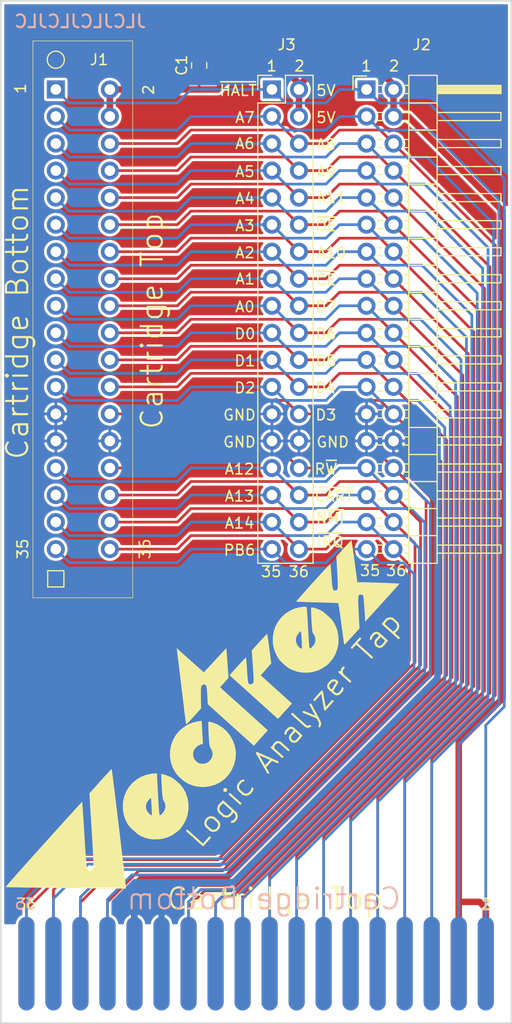
<source format=kicad_pcb>
(kicad_pcb (version 20171130) (host pcbnew "(5.1.6-87-g1447494bc)")
  (title_block (title "Vectrex Cartridge") (date 2020-09-30) (rev v1.1))
  (layers (0 F.Cu signal) (31 B.Cu signal) (34 B.Paste user hide) (35 F.Paste user hide) (36 B.SilkS user) (37 F.SilkS user) (38 B.Mask user) (39 F.Mask user) (44 Edge.Cuts user))
  (net 0 "")
  (net 1 GND)
  (net 2 V-HALT)
  (net 3 V-OE)
  (net 4 V-CE)
  (net 5 V-RW)
  (net 6 V-PB6)
  (net 7 C_D7)
  (net 8 C_D6)
  (net 9 C_D5)
  (net 10 C_D4)
  (net 11 C_D3)
  (net 12 C_D0)
  (net 13 C_D1)
  (net 14 C_D2)
  (net 15 C_A8)
  (net 16 C_A9)
  (net 17 C_A11)
  (net 18 C_A10)
  (net 19 C_A7)
  (net 20 C_A6)
  (net 21 C_A5)
  (net 22 C_A4)
  (net 23 C_A3)
  (net 24 C_A2)
  (net 25 C_A1)
  (net 26 C_A0)
  (net 27 C_A12)
  (net 28 C_A13)
  (net 29 C_A14)
  (net 30 V-CART)
  (net 31 V-NMI)
  (net 32 V-IRQ)
  (net 33 +5V)
  (module Connector_PinHeader_2.54mm:PinHeader_2x18_P2.54mm_Horizontal (layer F.Cu) (at 152.08 49.08)
    (fp_text reference J2 (at 5.19 -4.2) (layer F.SilkS))
    (fp_text value "Conn 2x18 Horizontal")
    (pad 36 thru_hole oval (at 2.54 43.18) (size 1.7 1.7) (drill 1) (layers *.Cu *.Mask) (net 32 V-IRQ))
    (pad 35 thru_hole oval (at 0 43.18) (size 1.7 1.7) (drill 1) (layers *.Cu *.Mask) (net 6 V-PB6))
    (pad 34 thru_hole oval (at 2.54 40.64) (size 1.7 1.7) (drill 1) (layers *.Cu *.Mask) (net 31 V-NMI))
    (pad 33 thru_hole oval (at 0 40.64) (size 1.7 1.7) (drill 1) (layers *.Cu *.Mask) (net 29 C_A14))
    (pad 32 thru_hole oval (at 2.54 38.1) (size 1.7 1.7) (drill 1) (layers *.Cu *.Mask) (net 30 V-CART))
    (pad 31 thru_hole oval (at 0 38.1) (size 1.7 1.7) (drill 1) (layers *.Cu *.Mask) (net 28 C_A13))
    (pad 30 thru_hole oval (at 2.54 35.56) (size 1.7 1.7) (drill 1) (layers *.Cu *.Mask) (net 5 V-RW))
    (pad 29 thru_hole oval (at 0 35.56) (size 1.7 1.7) (drill 1) (layers *.Cu *.Mask) (net 27 C_A12))
    (pad 28 thru_hole oval (at 2.54 33.02) (size 1.7 1.7) (drill 1) (layers *.Cu *.Mask) (net 1 GND))
    (pad 27 thru_hole oval (at 0 33.02) (size 1.7 1.7) (drill 1) (layers *.Cu *.Mask) (net 1 GND))
    (pad 26 thru_hole oval (at 2.54 30.48) (size 1.7 1.7) (drill 1) (layers *.Cu *.Mask) (net 11 C_D3))
    (pad 25 thru_hole oval (at 0 30.48) (size 1.7 1.7) (drill 1) (layers *.Cu *.Mask) (net 1 GND))
    (pad 24 thru_hole oval (at 2.54 27.94) (size 1.7 1.7) (drill 1) (layers *.Cu *.Mask) (net 10 C_D4))
    (pad 23 thru_hole oval (at 0 27.94) (size 1.7 1.7) (drill 1) (layers *.Cu *.Mask) (net 14 C_D2))
    (pad 22 thru_hole oval (at 2.54 25.4) (size 1.7 1.7) (drill 1) (layers *.Cu *.Mask) (net 9 C_D5))
    (pad 21 thru_hole oval (at 0 25.4) (size 1.7 1.7) (drill 1) (layers *.Cu *.Mask) (net 13 C_D1))
    (pad 20 thru_hole oval (at 2.54 22.86) (size 1.7 1.7) (drill 1) (layers *.Cu *.Mask) (net 8 C_D6))
    (pad 19 thru_hole oval (at 0 22.86) (size 1.7 1.7) (drill 1) (layers *.Cu *.Mask) (net 12 C_D0))
    (pad 18 thru_hole oval (at 2.54 20.32) (size 1.7 1.7) (drill 1) (layers *.Cu *.Mask) (net 7 C_D7))
    (pad 17 thru_hole oval (at 0 20.32) (size 1.7 1.7) (drill 1) (layers *.Cu *.Mask) (net 26 C_A0))
    (pad 16 thru_hole oval (at 2.54 17.78) (size 1.7 1.7) (drill 1) (layers *.Cu *.Mask) (net 4 V-CE))
    (pad 15 thru_hole oval (at 0 17.78) (size 1.7 1.7) (drill 1) (layers *.Cu *.Mask) (net 25 C_A1))
    (pad 14 thru_hole oval (at 2.54 15.24) (size 1.7 1.7) (drill 1) (layers *.Cu *.Mask) (net 18 C_A10))
    (pad 13 thru_hole oval (at 0 15.24) (size 1.7 1.7) (drill 1) (layers *.Cu *.Mask) (net 24 C_A2))
    (pad 12 thru_hole oval (at 2.54 12.7) (size 1.7 1.7) (drill 1) (layers *.Cu *.Mask) (net 3 V-OE))
    (pad 11 thru_hole oval (at 0 12.7) (size 1.7 1.7) (drill 1) (layers *.Cu *.Mask) (net 23 C_A3))
    (pad 10 thru_hole oval (at 2.54 10.16) (size 1.7 1.7) (drill 1) (layers *.Cu *.Mask) (net 17 C_A11))
    (pad 9 thru_hole oval (at 0 10.16) (size 1.7 1.7) (drill 1) (layers *.Cu *.Mask) (net 22 C_A4))
    (pad 8 thru_hole oval (at 2.54 7.62) (size 1.7 1.7) (drill 1) (layers *.Cu *.Mask) (net 16 C_A9))
    (pad 7 thru_hole oval (at 0 7.62) (size 1.7 1.7) (drill 1) (layers *.Cu *.Mask) (net 21 C_A5))
    (pad 6 thru_hole oval (at 2.54 5.08) (size 1.7 1.7) (drill 1) (layers *.Cu *.Mask) (net 15 C_A8))
    (pad 5 thru_hole oval (at 0 5.08) (size 1.7 1.7) (drill 1) (layers *.Cu *.Mask) (net 20 C_A6))
    (pad 4 thru_hole oval (at 2.54 2.54) (size 1.7 1.7) (drill 1) (layers *.Cu *.Mask) (net 33 +5V))
    (pad 3 thru_hole oval (at 0 2.54) (size 1.7 1.7) (drill 1) (layers *.Cu *.Mask) (net 19 C_A7))
    (pad 2 thru_hole oval (at 2.54 0) (size 1.7 1.7) (drill 1) (layers *.Cu *.Mask) (net 33 +5V))
    (pad 1 thru_hole rect (at 0 0) (size 1.7 1.7) (drill 1) (layers *.Cu *.Mask) (net 2 V-HALT))
  )
  (module Connector_PinHeader_2.54mm:PinHeader_2x18_P2.54mm_Vertical (layer F.Cu) (at 143.19 49.08)
    (fp_text reference J3 (at 1.38 -4.2) (layer F.SilkS))
    (fp_text value "Conn 2x18 Vertical")
    (pad 36 thru_hole oval (at 2.54 43.18) (size 1.7 1.7) (drill 1) (layers *.Cu *.Mask) (net 32 V-IRQ))
    (pad 35 thru_hole oval (at 0 43.18) (size 1.7 1.7) (drill 1) (layers *.Cu *.Mask) (net 6 V-PB6))
    (pad 34 thru_hole oval (at 2.54 40.64) (size 1.7 1.7) (drill 1) (layers *.Cu *.Mask) (net 31 V-NMI))
    (pad 33 thru_hole oval (at 0 40.64) (size 1.7 1.7) (drill 1) (layers *.Cu *.Mask) (net 29 C_A14))
    (pad 32 thru_hole oval (at 2.54 38.1) (size 1.7 1.7) (drill 1) (layers *.Cu *.Mask) (net 30 V-CART))
    (pad 31 thru_hole oval (at 0 38.1) (size 1.7 1.7) (drill 1) (layers *.Cu *.Mask) (net 28 C_A13))
    (pad 30 thru_hole oval (at 2.54 35.56) (size 1.7 1.7) (drill 1) (layers *.Cu *.Mask) (net 5 V-RW))
    (pad 29 thru_hole oval (at 0 35.56) (size 1.7 1.7) (drill 1) (layers *.Cu *.Mask) (net 27 C_A12))
    (pad 28 thru_hole oval (at 2.54 33.02) (size 1.7 1.7) (drill 1) (layers *.Cu *.Mask) (net 1 GND))
    (pad 27 thru_hole oval (at 0 33.02) (size 1.7 1.7) (drill 1) (layers *.Cu *.Mask) (net 1 GND))
    (pad 26 thru_hole oval (at 2.54 30.48) (size 1.7 1.7) (drill 1) (layers *.Cu *.Mask) (net 11 C_D3))
    (pad 25 thru_hole oval (at 0 30.48) (size 1.7 1.7) (drill 1) (layers *.Cu *.Mask) (net 1 GND))
    (pad 24 thru_hole oval (at 2.54 27.94) (size 1.7 1.7) (drill 1) (layers *.Cu *.Mask) (net 10 C_D4))
    (pad 23 thru_hole oval (at 0 27.94) (size 1.7 1.7) (drill 1) (layers *.Cu *.Mask) (net 14 C_D2))
    (pad 22 thru_hole oval (at 2.54 25.4) (size 1.7 1.7) (drill 1) (layers *.Cu *.Mask) (net 9 C_D5))
    (pad 21 thru_hole oval (at 0 25.4) (size 1.7 1.7) (drill 1) (layers *.Cu *.Mask) (net 13 C_D1))
    (pad 20 thru_hole oval (at 2.54 22.86) (size 1.7 1.7) (drill 1) (layers *.Cu *.Mask) (net 8 C_D6))
    (pad 19 thru_hole oval (at 0 22.86) (size 1.7 1.7) (drill 1) (layers *.Cu *.Mask) (net 12 C_D0))
    (pad 18 thru_hole oval (at 2.54 20.32) (size 1.7 1.7) (drill 1) (layers *.Cu *.Mask) (net 7 C_D7))
    (pad 17 thru_hole oval (at 0 20.32) (size 1.7 1.7) (drill 1) (layers *.Cu *.Mask) (net 26 C_A0))
    (pad 16 thru_hole oval (at 2.54 17.78) (size 1.7 1.7) (drill 1) (layers *.Cu *.Mask) (net 4 V-CE))
    (pad 15 thru_hole oval (at 0 17.78) (size 1.7 1.7) (drill 1) (layers *.Cu *.Mask) (net 25 C_A1))
    (pad 14 thru_hole oval (at 2.54 15.24) (size 1.7 1.7) (drill 1) (layers *.Cu *.Mask) (net 18 C_A10))
    (pad 13 thru_hole oval (at 0 15.24) (size 1.7 1.7) (drill 1) (layers *.Cu *.Mask) (net 24 C_A2))
    (pad 12 thru_hole oval (at 2.54 12.7) (size 1.7 1.7) (drill 1) (layers *.Cu *.Mask) (net 3 V-OE))
    (pad 11 thru_hole oval (at 0 12.7) (size 1.7 1.7) (drill 1) (layers *.Cu *.Mask) (net 23 C_A3))
    (pad 10 thru_hole oval (at 2.54 10.16) (size 1.7 1.7) (drill 1) (layers *.Cu *.Mask) (net 17 C_A11))
    (pad 9 thru_hole oval (at 0 10.16) (size 1.7 1.7) (drill 1) (layers *.Cu *.Mask) (net 22 C_A4))
    (pad 8 thru_hole oval (at 2.54 7.62) (size 1.7 1.7) (drill 1) (layers *.Cu *.Mask) (net 16 C_A9))
    (pad 7 thru_hole oval (at 0 7.62) (size 1.7 1.7) (drill 1) (layers *.Cu *.Mask) (net 21 C_A5))
    (pad 6 thru_hole oval (at 2.54 5.08) (size 1.7 1.7) (drill 1) (layers *.Cu *.Mask) (net 15 C_A8))
    (pad 5 thru_hole oval (at 0 5.08) (size 1.7 1.7) (drill 1) (layers *.Cu *.Mask) (net 20 C_A6))
    (pad 4 thru_hole oval (at 2.54 2.54) (size 1.7 1.7) (drill 1) (layers *.Cu *.Mask) (net 33 +5V))
    (pad 3 thru_hole oval (at 0 2.54) (size 1.7 1.7) (drill 1) (layers *.Cu *.Mask) (net 19 C_A7))
    (pad 2 thru_hole oval (at 2.54 0) (size 1.7 1.7) (drill 1) (layers *.Cu *.Mask) (net 33 +5V))
    (pad 1 thru_hole rect (at 0 0) (size 1.7 1.7) (drill 1) (layers *.Cu *.Mask) (net 2 V-HALT))
  )
  (module vectrex-la-tap:AMP_5645235-4_2x18_P2.54mm_Vertical (layer F.Cu) (at 122.87 49.08)
    (fp_text reference J1 (at 4.064 -2.794) (layer F.SilkS))
    (fp_text value AMP-5645235-4)
    (pad 36 thru_hole oval (at 5.08 43.18) (size 1.7 1.7) (drill 1) (layers *.Cu *.Mask) (net 32 V-IRQ))
    (pad 35 thru_hole oval (at 0 43.18) (size 1.7 1.7) (drill 1) (layers *.Cu *.Mask) (net 6 V-PB6))
    (pad 34 thru_hole oval (at 5.08 40.64) (size 1.7 1.7) (drill 1) (layers *.Cu *.Mask) (net 31 V-NMI))
    (pad 33 thru_hole oval (at 0 40.64) (size 1.7 1.7) (drill 1) (layers *.Cu *.Mask) (net 29 C_A14))
    (pad 32 thru_hole oval (at 5.08 38.1) (size 1.7 1.7) (drill 1) (layers *.Cu *.Mask) (net 30 V-CART))
    (pad 31 thru_hole oval (at 0 38.1) (size 1.7 1.7) (drill 1) (layers *.Cu *.Mask) (net 28 C_A13))
    (pad 30 thru_hole oval (at 5.08 35.56) (size 1.7 1.7) (drill 1) (layers *.Cu *.Mask) (net 5 V-RW))
    (pad 29 thru_hole oval (at 0 35.56) (size 1.7 1.7) (drill 1) (layers *.Cu *.Mask) (net 27 C_A12))
    (pad 28 thru_hole oval (at 5.08 33.02) (size 1.7 1.7) (drill 1) (layers *.Cu *.Mask) (net 1 GND))
    (pad 27 thru_hole oval (at 0 33.02) (size 1.7 1.7) (drill 1) (layers *.Cu *.Mask) (net 1 GND))
    (pad 26 thru_hole oval (at 5.08 30.48) (size 1.7 1.7) (drill 1) (layers *.Cu *.Mask) (net 11 C_D3))
    (pad 25 thru_hole oval (at 0 30.48) (size 1.7 1.7) (drill 1) (layers *.Cu *.Mask) (net 1 GND))
    (pad 24 thru_hole oval (at 5.08 27.94) (size 1.7 1.7) (drill 1) (layers *.Cu *.Mask) (net 10 C_D4))
    (pad 23 thru_hole oval (at 0 27.94) (size 1.7 1.7) (drill 1) (layers *.Cu *.Mask) (net 14 C_D2))
    (pad 22 thru_hole oval (at 5.08 25.4) (size 1.7 1.7) (drill 1) (layers *.Cu *.Mask) (net 9 C_D5))
    (pad 21 thru_hole oval (at 0 25.4) (size 1.7 1.7) (drill 1) (layers *.Cu *.Mask) (net 13 C_D1))
    (pad 20 thru_hole oval (at 5.08 22.86) (size 1.7 1.7) (drill 1) (layers *.Cu *.Mask) (net 8 C_D6))
    (pad 19 thru_hole oval (at 0 22.86) (size 1.7 1.7) (drill 1) (layers *.Cu *.Mask) (net 12 C_D0))
    (pad 18 thru_hole oval (at 5.08 20.32) (size 1.7 1.7) (drill 1) (layers *.Cu *.Mask) (net 7 C_D7))
    (pad 17 thru_hole oval (at 0 20.32) (size 1.7 1.7) (drill 1) (layers *.Cu *.Mask) (net 26 C_A0))
    (pad 16 thru_hole oval (at 5.08 17.78) (size 1.7 1.7) (drill 1) (layers *.Cu *.Mask) (net 4 V-CE))
    (pad 15 thru_hole oval (at 0 17.78) (size 1.7 1.7) (drill 1) (layers *.Cu *.Mask) (net 25 C_A1))
    (pad 14 thru_hole oval (at 5.08 15.24) (size 1.7 1.7) (drill 1) (layers *.Cu *.Mask) (net 18 C_A10))
    (pad 13 thru_hole oval (at 0 15.24) (size 1.7 1.7) (drill 1) (layers *.Cu *.Mask) (net 24 C_A2))
    (pad 12 thru_hole oval (at 5.08 12.7) (size 1.7 1.7) (drill 1) (layers *.Cu *.Mask) (net 3 V-OE))
    (pad 11 thru_hole oval (at 0 12.7) (size 1.7 1.7) (drill 1) (layers *.Cu *.Mask) (net 23 C_A3))
    (pad 10 thru_hole oval (at 5.08 10.16) (size 1.7 1.7) (drill 1) (layers *.Cu *.Mask) (net 17 C_A11))
    (pad 9 thru_hole oval (at 0 10.16) (size 1.7 1.7) (drill 1) (layers *.Cu *.Mask) (net 22 C_A4))
    (pad 8 thru_hole oval (at 5.08 7.62) (size 1.7 1.7) (drill 1) (layers *.Cu *.Mask) (net 16 C_A9))
    (pad 7 thru_hole oval (at 0 7.62) (size 1.7 1.7) (drill 1) (layers *.Cu *.Mask) (net 21 C_A5))
    (pad 6 thru_hole oval (at 5.08 5.08) (size 1.7 1.7) (drill 1) (layers *.Cu *.Mask) (net 15 C_A8))
    (pad 5 thru_hole oval (at 0 5.08) (size 1.7 1.7) (drill 1) (layers *.Cu *.Mask) (net 20 C_A6))
    (pad 4 thru_hole oval (at 5.08 2.54) (size 1.7 1.7) (drill 1) (layers *.Cu *.Mask) (net 33 +5V))
    (pad 3 thru_hole oval (at 0 2.54) (size 1.7 1.7) (drill 1) (layers *.Cu *.Mask) (net 19 C_A7))
    (pad 2 thru_hole oval (at 5.08 0) (size 1.7 1.7) (drill 1) (layers *.Cu *.Mask) (net 33 +5V))
    (pad 1 thru_hole rect (at 0 0) (size 1.7 1.7) (drill 1) (layers *.Cu *.Mask) (net 2 V-HALT))
  )
  (module vectrex-la-tap:vectrex-us-silkscreen (layer F.Cu) (at 135.57 108.77 48)
    (fp_text reference G1 hide)
    (fp_text value LOGO hide)
  )
  (module Capacitor_SMD:C_0805_2012Metric_Pad1.15x1.40mm_HandSolder (layer F.Cu) (at 136.35 46.815 90)
    (fp_text reference C1 (at 0 -1.65 90) (layer F.SilkS))
    (fp_text value "0.1uF 0805")
    (pad 2 smd roundrect (at 1.025 0 90) (size 1.15 1.4) (layers F.Cu F.Paste F.Mask) (roundrect_rratio 0.2173904347826087) (net 1 GND))
    (pad 1 smd roundrect (at -1.025 0 90) (size 1.15 1.4) (layers F.Cu F.Paste F.Mask) (roundrect_rratio 0.2173904347826087) (net 33 +5V))
  )
  (module vectrex-la-tap:vectrex-edge-connector-thinner-no-soldermask (layer F.Cu) (at 141.7 131.2 180)
    (fp_text reference CON1 hide)
    (fp_text value vectrex-edge-connector hide)
    (fp_text user 36 (at 21.59 5.588 180) (layer F.SilkS))
    (fp_text user 2 (at -21.59 5.588 180) (layer F.SilkS))
    (pad 35 smd oval (at 21.59 0 180) (size 1.52 8.8) (layers B.Cu B.Mask) (net 6 V-PB6))
    (pad 33 smd oval (at 19.05 0 180) (size 1.52 8.8) (layers B.Cu B.Mask) (net 29 C_A14))
    (pad 31 smd oval (at 16.51 0 180) (size 1.52 8.8) (layers B.Cu B.Mask) (net 28 C_A13))
    (pad 29 smd oval (at 13.97 0 180) (size 1.52 8.8) (layers B.Cu B.Mask) (net 27 C_A12))
    (pad 27 smd oval (at 11.43 0 180) (size 1.52 8.8) (layers B.Cu B.Mask) (net 1 GND))
    (pad 25 smd oval (at 8.89 0 180) (size 1.52 8.8) (layers B.Cu B.Mask) (net 1 GND))
    (pad 23 smd oval (at 6.35 0 180) (size 1.52 8.8) (layers B.Cu B.Mask) (net 14 C_D2))
    (pad 21 smd oval (at 3.81 0 180) (size 1.52 8.8) (layers B.Cu B.Mask) (net 13 C_D1))
    (pad 19 smd oval (at 1.27 0 180) (size 1.52 8.8) (layers B.Cu B.Mask) (net 12 C_D0))
    (pad 17 smd oval (at -1.27 0 180) (size 1.52 8.8) (layers B.Cu B.Mask) (net 26 C_A0))
    (pad 15 smd oval (at -3.81 0 180) (size 1.52 8.8) (layers B.Cu B.Mask) (net 25 C_A1))
    (pad 13 smd oval (at -6.35 0 180) (size 1.52 8.8) (layers B.Cu B.Mask) (net 24 C_A2))
    (pad 11 smd oval (at -8.89 0 180) (size 1.52 8.8) (layers B.Cu B.Mask) (net 23 C_A3))
    (pad 9 smd oval (at -11.43 0 180) (size 1.52 8.8) (layers B.Cu B.Mask) (net 22 C_A4))
    (pad 7 smd oval (at -13.97 0 180) (size 1.52 8.8) (layers B.Cu B.Mask) (net 21 C_A5))
    (pad 5 smd oval (at -16.51 0 180) (size 1.52 8.8) (layers B.Cu B.Mask) (net 20 C_A6))
    (pad 3 smd oval (at -19.05 0 180) (size 1.52 8.8) (layers B.Cu B.Mask) (net 19 C_A7))
    (pad 36 smd oval (at 21.59 0 180) (size 1.52 8.8) (layers F.Cu F.Mask) (net 32 V-IRQ))
    (pad 34 smd oval (at 19.05 0 180) (size 1.52 8.8) (layers F.Cu F.Mask) (net 31 V-NMI))
    (pad 32 smd oval (at 16.51 0 180) (size 1.52 8.8) (layers F.Cu F.Mask) (net 30 V-CART))
    (pad 30 smd oval (at 13.97 0 180) (size 1.52 8.8) (layers F.Cu F.Mask) (net 5 V-RW))
    (pad 28 smd oval (at 11.43 0 180) (size 1.52 8.8) (layers F.Cu F.Mask) (net 1 GND))
    (pad 26 smd oval (at 8.89 0 180) (size 1.52 8.8) (layers F.Cu F.Mask) (net 11 C_D3))
    (pad 24 smd oval (at 6.35 0 180) (size 1.52 8.8) (layers F.Cu F.Mask) (net 10 C_D4))
    (pad 22 smd oval (at 3.81 0 180) (size 1.52 8.8) (layers F.Cu F.Mask) (net 9 C_D5))
    (pad 20 smd oval (at 1.27 0 180) (size 1.52 8.8) (layers F.Cu F.Mask) (net 8 C_D6))
    (pad 18 smd oval (at -1.27 0 180) (size 1.52 8.8) (layers F.Cu F.Mask) (net 7 C_D7))
    (pad 16 smd oval (at -3.81 0 180) (size 1.52 8.8) (layers F.Cu F.Mask) (net 4 V-CE))
    (pad 14 smd oval (at -6.35 0 180) (size 1.52 8.8) (layers F.Cu F.Mask) (net 18 C_A10))
    (pad 12 smd oval (at -8.89 0 180) (size 1.52 8.8) (layers F.Cu F.Mask) (net 3 V-OE))
    (pad 10 smd oval (at -11.43 0 180) (size 1.52 8.8) (layers F.Cu F.Mask) (net 17 C_A11))
    (pad 8 smd oval (at -13.97 0 180) (size 1.52 8.8) (layers F.Cu F.Mask) (net 16 C_A9))
    (pad 6 smd oval (at -16.51 0 180) (size 1.52 8.8) (layers F.Cu F.Mask) (net 15 C_A8))
    (pad 4 smd oval (at -19.05 0 180) (size 1.52 8.8) (layers F.Cu F.Mask) (net 33 +5V))
    (pad 2 smd oval (at -21.59 0 180) (size 1.52 8.8) (layers F.Cu F.Mask) (net 33 +5V))
    (pad 1 smd oval (at -21.59 0 180) (size 1.52 8.8) (layers B.Cu B.Mask) (net 2 V-HALT))
  )
  (gr_text JLCJLCJLCJLC (at 125.17 42.68) (layer B.SilkS) (effects (font (size 1.2 1.2) (thickness 0.2)) (justify mirror)))
  (gr_text 35 (at 119.97 125.58) (layer B.SilkS) (effects (font (size 1 1)) (justify mirror)))
  (gr_text 1 (at 163.27 125.68) (layer B.SilkS) (effects (font (size 1 1)) (justify mirror)))
  (gr_text D0 (at 140.65 72.04) (layer F.SilkS) (effects (font (size 1 1))))
  (gr_text D1 (at 140.65 74.58) (layer F.SilkS) (effects (font (size 1 1))))
  (gr_text D2 (at 140.65 77.12) (layer F.SilkS) (effects (font (size 1 1))))
  (gr_text GND (at 140.142 79.66) (layer F.SilkS) (effects (font (size 1 1))))
  (gr_text GND (at 140.142 82.2) (layer F.SilkS) (effects (font (size 1 1))))
  (gr_text A12 (at 140.142 84.74) (layer F.SilkS) (effects (font (size 1 1))))
  (gr_text A13 (at 140.142 87.28) (layer F.SilkS) (effects (font (size 1 1))))
  (gr_text "A14\n" (at 140.142 89.82) (layer F.SilkS) (effects (font (size 1 1))))
  (gr_text PB6 (at 140.142 92.36) (layer F.SilkS) (effects (font (size 1 1))))
  (gr_text ~IRQ (at 148.67 91.58) (layer F.SilkS) (effects (font (size 1 1))))
  (gr_text ~NMI (at 148.67 89.38) (layer F.SilkS) (effects (font (size 1 1))))
  (gr_text ~CART (at 149.032 87.2816) (layer F.SilkS) (effects (font (size 1 1))))
  (gr_text R~W (at 148.27 84.74) (layer F.SilkS) (effects (font (size 1 1))))
  (gr_text GND (at 148.905 82.2) (layer F.SilkS) (effects (font (size 1 1))))
  (gr_text D3 (at 148.27 79.66) (layer F.SilkS) (effects (font (size 1 1))))
  (gr_text D4 (at 148.27 77.12) (layer F.SilkS) (effects (font (size 1 1))))
  (gr_text D5 (at 148.27 74.58) (layer F.SilkS) (effects (font (size 1 1))))
  (gr_text D6 (at 148.27 72.04) (layer F.SilkS) (effects (font (size 1 1))))
  (gr_text D7 (at 148.27 69.5) (layer F.SilkS) (effects (font (size 1 1))))
  (gr_text ~CE (at 148.27 66.96) (layer F.SilkS) (effects (font (size 1 1))))
  (gr_text A10 (at 148.778 64.42) (layer F.SilkS) (effects (font (size 1 1))))
  (gr_text ~OE (at 148.27 61.88) (layer F.SilkS) (effects (font (size 1 1))))
  (gr_text A9 (at 148.27 56.8) (layer F.SilkS) (effects (font (size 1 1))))
  (gr_text A8 (at 148.27 54.26) (layer F.SilkS) (effects (font (size 1 1))))
  (gr_text 5V (at 148.27 51.72) (layer F.SilkS) (effects (font (size 1 1))))
  (gr_text 5V (at 148.27 49.18) (layer F.SilkS) (effects (font (size 1 1))))
  (gr_text ~HALT (at 140.015 49.18) (layer F.SilkS) (effects (font (size 1 1))))
  (gr_text A0 (at 140.65 69.5) (layer F.SilkS) (effects (font (size 1 1))))
  (gr_text A2 (at 140.65 64.42) (layer F.SilkS) (effects (font (size 1 1))))
  (gr_text A3 (at 140.65 61.88) (layer F.SilkS) (effects (font (size 1 1))))
  (gr_text A4 (at 140.65 59.34) (layer F.SilkS) (effects (font (size 1 1))))
  (gr_text A5 (at 140.65 56.8) (layer F.SilkS) (effects (font (size 1 1))))
  (gr_text A7 (at 140.65 51.72) (layer F.SilkS) (effects (font (size 1 1))))
  (gr_text A6 (at 140.65 54.16) (layer F.SilkS) (effects (font (size 1 1))))
  (gr_text A11 (at 148.778 59.24) (layer F.SilkS) (effects (font (size 1 1))))
  (gr_text A1 (at 140.67 66.88) (layer F.SilkS) (effects (font (size 1 1))))
  (gr_text 2 (at 145.77 46.88) (layer F.SilkS) (effects (font (size 1 1))))
  (gr_text 1 (at 143.17 46.88) (layer F.SilkS) (effects (font (size 1 1))))
  (gr_text 35 (at 143.12 94.38) (layer F.SilkS) (effects (font (size 1 1))))
  (gr_text 36 (at 145.72 94.38) (layer F.SilkS) (effects (font (size 1 1))))
  (gr_text 1 (at 152.07 46.88) (layer F.SilkS) (effects (font (size 1 1))))
  (gr_text "2\n" (at 154.67 46.88) (layer F.SilkS) (effects (font (size 1 1))))
  (gr_text 35 (at 152.42 94.28) (layer F.SilkS) (effects (font (size 1 1))))
  (gr_text 36 (at 154.87 94.28) (layer F.SilkS) (effects (font (size 1 1))))
  (gr_text "Cartridge Bottom\n" (at 142.43 125.1) (layer B.SilkS) (effects (font (size 2 2) (thickness 0.2)) (justify mirror)))
  (gr_text "Cartridge Top\n" (at 143.47 125.12) (layer F.SilkS) (effects (font (size 2 2) (thickness 0.2))))
  (gr_text "2\n\n\n" (at 133.2 49.11 90) (layer F.SilkS) (effects (font (size 1 1))))
  (gr_text "1\n\n\n" (at 121.16 48.99 90) (layer F.SilkS) (effects (font (size 1 1))))
  (gr_text "35\n" (at 119.77 92.24 90) (layer F.SilkS) (effects (font (size 1 1))))
  (gr_text "36\n" (at 131.26 92.24 90) (layer F.SilkS) (effects (font (size 1 1))))
  (gr_text "Cartridge Bottom\n" (at 119.27 70.96 90) (layer F.SilkS) (effects (font (size 2 2) (thickness 0.2))))
  (gr_text "Cartridge Top\n" (at 131.92 70.84 90) (layer F.SilkS) (effects (font (size 2 2) (thickness 0.2))))
  (gr_text "Logic Analyzer Tap" (at 145.27 109.18 48) (layer F.SilkS) (effects (font (size 2 2) (thickness 0.2))))
  (gr_line (start 165.7 136.8) (end 165.7 40.75) (angle 90) (layer Edge.Cuts) (width 0.15))
  (gr_line (start 165.7 40.75) (end 117.7 40.75) (angle 90) (layer Edge.Cuts) (width 0.15))
  (gr_line (start 117.7 40.75) (end 117.7 136.8) (angle 90) (layer Edge.Cuts) (width 0.15))
  (gr_line (start 117.7 136.8) (end 165.7 136.8) (angle 90) (layer Edge.Cuts) (width 0.15))
  (segment (start 130.24 131.17) (end 130.27 131.2) (width 0.254) (layer F.Cu) (net 1))
  (segment (start 130.24 125.6) (end 130.24 131.17) (width 0.6096) (layer F.Cu) (net 1))
  (segment (start 130.24 125.6) (end 130.24 125.44) (width 0.6096) (layer F.Cu) (net 1))
  (segment (start 158.39419 85.87419) (end 154.62 82.1) (width 0.6096) (layer F.Cu) (net 1))
  (segment (start 137.88801 123.16618) (end 137.813701 123.16618) (width 0.6096) (layer F.Cu) (net 1))
  (segment (start 158.39419 102.585691) (end 158.39419 85.87419) (width 0.6096) (layer F.Cu) (net 1))
  (segment (start 138.856468 123.16618) (end 158.39419 103.628458) (width 0.6096) (layer F.Cu) (net 1))
  (segment (start 158.39419 103.628458) (end 158.39419 102.66) (width 0.6096) (layer F.Cu) (net 1))
  (segment (start 132.67382 123.16618) (end 138.856468 123.16618) (width 0.6096) (layer F.Cu) (net 1))
  (segment (start 130.24 125.6) (end 132.67382 123.16618) (width 0.6096) (layer F.Cu) (net 1))
  (segment (start 132.81 131.2) (end 132.81 125.28) (width 0.6096) (layer B.Cu) (net 1))
  (segment (start 132.81 125.28) (end 134.53382 123.55618) (width 0.6096) (layer B.Cu) (net 1))
  (segment (start 130.27 131.2) (end 130.27 125.23) (width 0.6096) (layer B.Cu) (net 1))
  (segment (start 131.94382 123.55618) (end 134.53382 123.55618) (width 0.6096) (layer B.Cu) (net 1))
  (segment (start 130.27 125.23) (end 131.94382 123.55618) (width 0.6096) (layer B.Cu) (net 1))
  (segment (start 158.75608 104.388134) (end 158.75608 86.23608) (width 0.6096) (layer B.Cu) (net 1))
  (segment (start 139.588034 123.55618) (end 158.75608 104.388134) (width 0.6096) (layer B.Cu) (net 1))
  (segment (start 158.75608 86.23608) (end 154.62 82.1) (width 0.6096) (layer B.Cu) (net 1))
  (segment (start 134.53382 123.55618) (end 139.588034 123.55618) (width 0.6096) (layer B.Cu) (net 1))
  (segment (start 122.87 79.56) (end 124.14 80.83) (width 0.254) (layer B.Cu) (net 1))
  (segment (start 124.14 80.83) (end 134.3 80.83) (width 0.254) (layer B.Cu) (net 1))
  (segment (start 135.57 79.56) (end 143.19 79.56) (width 0.254) (layer B.Cu) (net 1))
  (segment (start 134.3 80.83) (end 135.57 79.56) (width 0.254) (layer B.Cu) (net 1))
  (segment (start 163.29 131.2) (end 163.29 108.8) (width 0.254) (layer B.Cu) (net 2))
  (segment (start 165.03 57.44) (end 157.95 50.36) (width 0.254) (layer B.Cu) (net 2))
  (segment (start 165.03 107.06) (end 165.03 57.44) (width 0.254) (layer B.Cu) (net 2))
  (segment (start 163.29 108.8) (end 165.03 107.06) (width 0.254) (layer B.Cu) (net 2))
  (segment (start 153.36 50.36) (end 152.08 49.08) (width 0.254) (layer B.Cu) (net 2))
  (segment (start 157.95 50.36) (end 153.36 50.36) (width 0.254) (layer B.Cu) (net 2))
  (segment (start 124.14 50.35) (end 122.87 49.08) (width 0.254) (layer B.Cu) (net 2))
  (segment (start 135.57 49.08) (end 134.3 50.35) (width 0.254) (layer B.Cu) (net 2))
  (segment (start 134.3 50.35) (end 124.14 50.35) (width 0.254) (layer B.Cu) (net 2))
  (segment (start 143.19 49.08) (end 135.57 49.08) (width 0.254) (layer B.Cu) (net 2))
  (segment (start 144.46 50.35) (end 143.19 49.08) (width 0.254) (layer B.Cu) (net 2))
  (segment (start 149.54 49.08) (end 148.27 50.35) (width 0.254) (layer B.Cu) (net 2))
  (segment (start 148.27 50.35) (end 144.46 50.35) (width 0.254) (layer B.Cu) (net 2))
  (segment (start 152.08 49.08) (end 149.54 49.08) (width 0.254) (layer B.Cu) (net 2))
  (segment (start 150.59 131.2) (end 150.59 117.431566) (width 0.254) (layer F.Cu) (net 3))
  (segment (start 150.59 117.431566) (end 152.440783 115.580783) (width 0.254) (layer F.Cu) (net 3))
  (segment (start 152.440783 115.580783) (end 162.66616 105.355406) (width 0.254) (layer F.Cu) (net 3))
  (segment (start 152.440783 115.580783) (end 152.621991 115.399575) (width 0.254) (layer F.Cu) (net 3))
  (segment (start 162.66616 105.355406) (end 151.98899 116.032576) (width 0.254) (layer F.Cu) (net 3))
  (segment (start 154.62 61.8) (end 154.62 61.78) (width 0.254) (layer F.Cu) (net 3))
  (segment (start 162.66616 69.84616) (end 154.62 61.8) (width 0.254) (layer F.Cu) (net 3))
  (segment (start 162.66616 105.355406) (end 162.66616 69.84616) (width 0.254) (layer F.Cu) (net 3))
  (segment (start 154.62 61.78) (end 153.35 60.51) (width 0.254) (layer F.Cu) (net 3))
  (segment (start 153.35 60.51) (end 149.54 60.51) (width 0.254) (layer F.Cu) (net 3))
  (segment (start 149.54 60.51) (end 148.27 61.78) (width 0.254) (layer F.Cu) (net 3))
  (segment (start 148.27 61.78) (end 145.73 61.78) (width 0.254) (layer F.Cu) (net 3))
  (segment (start 145.73 61.78) (end 144.46 60.51) (width 0.254) (layer F.Cu) (net 3))
  (segment (start 144.46 60.51) (end 135.57 60.51) (width 0.254) (layer F.Cu) (net 3))
  (segment (start 135.57 60.51) (end 134.3 61.78) (width 0.254) (layer F.Cu) (net 3))
  (segment (start 134.3 61.78) (end 127.95 61.78) (width 0.254) (layer F.Cu) (net 3))
  (segment (start 161.65014 73.91014) (end 154.62 66.88) (width 0.254) (layer F.Cu) (net 4))
  (segment (start 154.62 66.88) (end 154.62 66.86) (width 0.254) (layer F.Cu) (net 4))
  (segment (start 161.65014 104.934558) (end 161.65014 73.91014) (width 0.254) (layer F.Cu) (net 4))
  (segment (start 145.51 121.074698) (end 161.65014 104.934558) (width 0.254) (layer F.Cu) (net 4))
  (segment (start 145.51 131.2) (end 145.51 121.074698) (width 0.254) (layer F.Cu) (net 4))
  (segment (start 154.62 66.86) (end 153.35 65.59) (width 0.254) (layer F.Cu) (net 4))
  (segment (start 153.35 65.59) (end 149.54 65.59) (width 0.254) (layer F.Cu) (net 4))
  (segment (start 149.54 65.59) (end 148.27 66.86) (width 0.254) (layer F.Cu) (net 4))
  (segment (start 148.27 66.86) (end 145.73 66.86) (width 0.254) (layer F.Cu) (net 4))
  (segment (start 145.73 66.86) (end 144.46 65.59) (width 0.254) (layer F.Cu) (net 4))
  (segment (start 144.46 65.59) (end 135.57 65.59) (width 0.254) (layer F.Cu) (net 4))
  (segment (start 135.57 65.59) (end 134.3 66.86) (width 0.254) (layer F.Cu) (net 4))
  (segment (start 134.3 66.86) (end 127.95 66.86) (width 0.254) (layer F.Cu) (net 4))
  (segment (start 138.55 122.48) (end 157.68 103.35) (width 0.254) (layer F.Cu) (net 5))
  (segment (start 127.73 125.41) (end 130.66 122.48) (width 0.254) (layer F.Cu) (net 5))
  (segment (start 157.68 103.35) (end 157.68 87.7) (width 0.254) (layer F.Cu) (net 5))
  (segment (start 130.66 122.48) (end 138.55 122.48) (width 0.254) (layer F.Cu) (net 5))
  (segment (start 157.68 87.7) (end 154.62 84.64) (width 0.254) (layer F.Cu) (net 5))
  (segment (start 127.73 131.2) (end 127.73 125.41) (width 0.254) (layer F.Cu) (net 5))
  (segment (start 154.62 84.64) (end 153.35 83.37) (width 0.254) (layer F.Cu) (net 5))
  (segment (start 153.35 83.37) (end 149.54 83.37) (width 0.254) (layer F.Cu) (net 5))
  (segment (start 149.54 83.37) (end 148.27 84.64) (width 0.254) (layer F.Cu) (net 5))
  (segment (start 148.27 84.64) (end 145.73 84.64) (width 0.254) (layer F.Cu) (net 5))
  (segment (start 145.73 84.64) (end 144.46 83.37) (width 0.254) (layer F.Cu) (net 5))
  (segment (start 144.46 83.37) (end 135.57 83.37) (width 0.254) (layer F.Cu) (net 5))
  (segment (start 135.57 83.37) (end 134.3 84.64) (width 0.254) (layer F.Cu) (net 5))
  (segment (start 134.3 84.64) (end 127.95 84.64) (width 0.254) (layer F.Cu) (net 5))
  (segment (start 156.54624 94.59624) (end 155.51 93.56) (width 0.254) (layer B.Cu) (net 6))
  (segment (start 138.672692 121.34634) (end 156.54624 103.472792) (width 0.254) (layer B.Cu) (net 6))
  (segment (start 153.38 93.56) (end 152.08 92.26) (width 0.254) (layer B.Cu) (net 6))
  (segment (start 156.54624 103.472792) (end 156.54624 94.59624) (width 0.254) (layer B.Cu) (net 6))
  (segment (start 123.84366 121.34634) (end 138.672692 121.34634) (width 0.254) (layer B.Cu) (net 6))
  (segment (start 120.11 125.08) (end 123.84366 121.34634) (width 0.254) (layer B.Cu) (net 6))
  (segment (start 155.51 93.56) (end 153.38 93.56) (width 0.254) (layer B.Cu) (net 6))
  (segment (start 120.11 131.2) (end 120.11 125.08) (width 0.254) (layer B.Cu) (net 6))
  (segment (start 122.87 92.26) (end 124.14 93.53) (width 0.254) (layer B.Cu) (net 6))
  (segment (start 124.14 93.53) (end 134.3 93.53) (width 0.254) (layer B.Cu) (net 6))
  (segment (start 135.57 92.26) (end 143.19 92.26) (width 0.254) (layer B.Cu) (net 6))
  (segment (start 134.3 93.53) (end 135.57 92.26) (width 0.254) (layer B.Cu) (net 6))
  (segment (start 143.19 92.26) (end 144.46 93.53) (width 0.254) (layer B.Cu) (net 6))
  (segment (start 144.46 93.53) (end 148.27 93.53) (width 0.254) (layer B.Cu) (net 6))
  (segment (start 148.27 93.53) (end 149.54 92.26) (width 0.254) (layer B.Cu) (net 6))
  (segment (start 149.54 92.26) (end 152.08 92.26) (width 0.254) (layer B.Cu) (net 6))
  (segment (start 154.62 69.41) (end 154.62 69.4) (width 0.254) (layer F.Cu) (net 7))
  (segment (start 161.133132 104.733132) (end 161.133132 75.923132) (width 0.254) (layer F.Cu) (net 7))
  (segment (start 142.97 122.896264) (end 161.133132 104.733132) (width 0.254) (layer F.Cu) (net 7))
  (segment (start 161.133132 75.923132) (end 154.62 69.41) (width 0.254) (layer F.Cu) (net 7))
  (segment (start 142.97 131.2) (end 142.97 122.896264) (width 0.254) (layer F.Cu) (net 7))
  (segment (start 127.95 69.4) (end 134.3 69.4) (width 0.254) (layer F.Cu) (net 7))
  (segment (start 134.3 69.4) (end 135.57 68.13) (width 0.254) (layer F.Cu) (net 7))
  (segment (start 135.57 68.13) (end 144.46 68.13) (width 0.254) (layer F.Cu) (net 7))
  (segment (start 144.46 68.13) (end 145.73 69.4) (width 0.254) (layer F.Cu) (net 7))
  (segment (start 145.73 69.4) (end 148.27 69.4) (width 0.254) (layer F.Cu) (net 7))
  (segment (start 148.27 69.4) (end 149.54 68.13) (width 0.254) (layer F.Cu) (net 7))
  (segment (start 149.54 68.13) (end 153.35 68.13) (width 0.254) (layer F.Cu) (net 7))
  (segment (start 153.35 68.13) (end 154.62 69.4) (width 0.254) (layer F.Cu) (net 7))
  (segment (start 160.625122 77.945122) (end 154.62 71.94) (width 0.254) (layer F.Cu) (net 8))
  (segment (start 160.625122 104.522708) (end 160.625122 77.945122) (width 0.254) (layer F.Cu) (net 8))
  (segment (start 140.43 124.71783) (end 160.625122 104.522708) (width 0.254) (layer F.Cu) (net 8))
  (segment (start 140.43 131.2) (end 140.43 124.71783) (width 0.254) (layer F.Cu) (net 8))
  (segment (start 154.62 71.94) (end 153.35 70.67) (width 0.254) (layer F.Cu) (net 8))
  (segment (start 153.35 70.67) (end 149.54 70.67) (width 0.254) (layer F.Cu) (net 8))
  (segment (start 149.54 70.67) (end 148.27 71.94) (width 0.254) (layer F.Cu) (net 8))
  (segment (start 148.27 71.94) (end 145.73 71.94) (width 0.254) (layer F.Cu) (net 8))
  (segment (start 145.73 71.94) (end 144.46 70.67) (width 0.254) (layer F.Cu) (net 8))
  (segment (start 144.46 70.67) (end 135.57 70.67) (width 0.254) (layer F.Cu) (net 8))
  (segment (start 135.57 70.67) (end 134.3 71.94) (width 0.254) (layer F.Cu) (net 8))
  (segment (start 134.3 71.94) (end 127.95 71.94) (width 0.254) (layer F.Cu) (net 8))
  (segment (start 155.2 75.06) (end 154.62 74.48) (width 0.254) (layer F.Cu) (net 9))
  (segment (start 160.117112 79.977112) (end 155.2 75.06) (width 0.254) (layer F.Cu) (net 9))
  (segment (start 138.52 124.87) (end 139.559396 124.87) (width 0.254) (layer F.Cu) (net 9))
  (segment (start 137.89 125.5) (end 138.52 124.87) (width 0.254) (layer F.Cu) (net 9))
  (segment (start 160.117112 104.312284) (end 160.117112 79.977112) (width 0.254) (layer F.Cu) (net 9))
  (segment (start 139.559396 124.87) (end 160.117112 104.312284) (width 0.254) (layer F.Cu) (net 9))
  (segment (start 137.89 131.2) (end 137.89 125.5) (width 0.254) (layer F.Cu) (net 9))
  (segment (start 127.95 74.48) (end 134.3 74.48) (width 0.254) (layer F.Cu) (net 9))
  (segment (start 134.3 74.48) (end 135.57 73.21) (width 0.254) (layer F.Cu) (net 9))
  (segment (start 135.57 73.21) (end 144.46 73.21) (width 0.254) (layer F.Cu) (net 9))
  (segment (start 144.46 73.21) (end 145.73 74.48) (width 0.254) (layer F.Cu) (net 9))
  (segment (start 145.73 74.48) (end 148.27 74.48) (width 0.254) (layer F.Cu) (net 9))
  (segment (start 148.27 74.48) (end 149.54 73.21) (width 0.254) (layer F.Cu) (net 9))
  (segment (start 149.54 73.21) (end 153.35 73.21) (width 0.254) (layer F.Cu) (net 9))
  (segment (start 153.35 73.21) (end 154.62 74.48) (width 0.254) (layer F.Cu) (net 9))
  (segment (start 154.62 77.03) (end 154.62 77.02) (width 0.254) (layer F.Cu) (net 10))
  (segment (start 159.609102 82.019102) (end 154.62 77.03) (width 0.254) (layer F.Cu) (net 10))
  (segment (start 139.350962 124.36) (end 159.609102 104.10186) (width 0.254) (layer F.Cu) (net 10))
  (segment (start 136.85 124.36) (end 139.350962 124.36) (width 0.254) (layer F.Cu) (net 10))
  (segment (start 135.35 131.2) (end 135.35 125.86) (width 0.254) (layer F.Cu) (net 10))
  (segment (start 159.609102 104.10186) (end 159.609102 82.019102) (width 0.254) (layer F.Cu) (net 10))
  (segment (start 135.35 125.86) (end 136.85 124.36) (width 0.254) (layer F.Cu) (net 10))
  (segment (start 154.62 77.02) (end 153.35 75.75) (width 0.254) (layer F.Cu) (net 10))
  (segment (start 153.35 75.75) (end 149.54 75.75) (width 0.254) (layer F.Cu) (net 10))
  (segment (start 149.54 75.75) (end 148.27 77.02) (width 0.254) (layer F.Cu) (net 10))
  (segment (start 148.27 77.02) (end 145.73 77.02) (width 0.254) (layer F.Cu) (net 10))
  (segment (start 145.73 77.02) (end 144.46 75.75) (width 0.254) (layer F.Cu) (net 10))
  (segment (start 144.46 75.75) (end 135.57 75.75) (width 0.254) (layer F.Cu) (net 10))
  (segment (start 135.57 75.75) (end 134.3 77.02) (width 0.254) (layer F.Cu) (net 10))
  (segment (start 134.3 77.02) (end 127.95 77.02) (width 0.254) (layer F.Cu) (net 10))
  (segment (start 159.08 84.02) (end 155.810941 80.750941) (width 0.254) (layer F.Cu) (net 11))
  (segment (start 159.08 103.912528) (end 159.08 84.02) (width 0.254) (layer F.Cu) (net 11))
  (segment (start 139.140538 123.85199) (end 159.08 103.912528) (width 0.254) (layer F.Cu) (net 11))
  (segment (start 155.810941 80.750941) (end 154.62 79.56) (width 0.254) (layer F.Cu) (net 11))
  (segment (start 132.81 125.3) (end 134.25801 123.85199) (width 0.254) (layer F.Cu) (net 11))
  (segment (start 134.25801 123.85199) (end 139.140538 123.85199) (width 0.254) (layer F.Cu) (net 11))
  (segment (start 132.81 131.2) (end 132.81 125.3) (width 0.254) (layer F.Cu) (net 11))
  (segment (start 127.95 79.56) (end 134.3 79.56) (width 0.254) (layer F.Cu) (net 11))
  (segment (start 134.3 79.56) (end 135.57 78.29) (width 0.254) (layer F.Cu) (net 11))
  (segment (start 135.57 78.29) (end 144.46 78.29) (width 0.254) (layer F.Cu) (net 11))
  (segment (start 144.46 78.29) (end 145.73 79.56) (width 0.254) (layer F.Cu) (net 11))
  (segment (start 145.73 79.56) (end 148.27 79.56) (width 0.254) (layer F.Cu) (net 11))
  (segment (start 148.27 79.56) (end 149.54 78.29) (width 0.254) (layer F.Cu) (net 11))
  (segment (start 149.54 78.29) (end 153.35 78.29) (width 0.254) (layer F.Cu) (net 11))
  (segment (start 153.35 78.29) (end 154.62 79.56) (width 0.254) (layer F.Cu) (net 11))
  (segment (start 153.35 73.21) (end 152.08 71.94) (width 0.254) (layer B.Cu) (net 12))
  (segment (start 157.09 73.21) (end 153.35 73.21) (width 0.254) (layer B.Cu) (net 12))
  (segment (start 160.45791 105.093052) (end 160.45791 76.57791) (width 0.254) (layer B.Cu) (net 12))
  (segment (start 140.43 131.2) (end 140.43 125.120962) (width 0.254) (layer B.Cu) (net 12))
  (segment (start 160.45791 76.57791) (end 157.09 73.21) (width 0.254) (layer B.Cu) (net 12))
  (segment (start 140.43 125.120962) (end 160.45791 105.093052) (width 0.254) (layer B.Cu) (net 12))
  (segment (start 152.08 71.94) (end 149.54 71.94) (width 0.254) (layer B.Cu) (net 12))
  (segment (start 149.54 71.94) (end 148.27 73.21) (width 0.254) (layer B.Cu) (net 12))
  (segment (start 148.27 73.21) (end 144.46 73.21) (width 0.254) (layer B.Cu) (net 12))
  (segment (start 144.46 73.21) (end 143.19 71.94) (width 0.254) (layer B.Cu) (net 12))
  (segment (start 143.19 71.94) (end 135.57 71.94) (width 0.254) (layer B.Cu) (net 12))
  (segment (start 135.57 71.94) (end 134.3 73.21) (width 0.254) (layer B.Cu) (net 12))
  (segment (start 134.3 73.21) (end 124.14 73.21) (width 0.254) (layer B.Cu) (net 12))
  (segment (start 124.14 73.21) (end 122.87 71.94) (width 0.254) (layer B.Cu) (net 12))
  (segment (start 153.36 75.76) (end 152.08 74.48) (width 0.254) (layer B.Cu) (net 13))
  (segment (start 156.82 75.76) (end 153.36 75.76) (width 0.254) (layer B.Cu) (net 13))
  (segment (start 159.9499 78.8899) (end 156.82 75.76) (width 0.254) (layer B.Cu) (net 13))
  (segment (start 159.9499 104.882628) (end 159.9499 78.8899) (width 0.254) (layer B.Cu) (net 13))
  (segment (start 137.89 131.2) (end 137.89 126.942528) (width 0.254) (layer B.Cu) (net 13))
  (segment (start 137.89 131.2) (end 137.89 125.53) (width 0.254) (layer B.Cu) (net 13))
  (segment (start 138.67 124.75) (end 140.082528 124.75) (width 0.254) (layer B.Cu) (net 13))
  (segment (start 137.89 125.53) (end 138.67 124.75) (width 0.254) (layer B.Cu) (net 13))
  (segment (start 140.082528 124.75) (end 159.9499 104.882628) (width 0.254) (layer B.Cu) (net 13))
  (segment (start 122.87 74.48) (end 124.14 75.75) (width 0.254) (layer B.Cu) (net 13))
  (segment (start 124.14 75.75) (end 134.3 75.75) (width 0.254) (layer B.Cu) (net 13))
  (segment (start 135.57 74.48) (end 143.19 74.48) (width 0.254) (layer B.Cu) (net 13))
  (segment (start 134.3 75.75) (end 135.57 74.48) (width 0.254) (layer B.Cu) (net 13))
  (segment (start 143.19 74.48) (end 144.46 75.75) (width 0.254) (layer B.Cu) (net 13))
  (segment (start 144.46 75.75) (end 148.27 75.75) (width 0.254) (layer B.Cu) (net 13))
  (segment (start 149.54 74.48) (end 152.08 74.48) (width 0.254) (layer B.Cu) (net 13))
  (segment (start 148.27 75.75) (end 149.54 74.48) (width 0.254) (layer B.Cu) (net 13))
  (segment (start 153.35 78.29) (end 152.08 77.02) (width 0.254) (layer B.Cu) (net 14))
  (segment (start 159.44189 80.83189) (end 156.9 78.29) (width 0.254) (layer B.Cu) (net 14))
  (segment (start 159.44189 104.672204) (end 159.44189 80.83189) (width 0.254) (layer B.Cu) (net 14))
  (segment (start 136.50801 124.24199) (end 139.872104 124.24199) (width 0.254) (layer B.Cu) (net 14))
  (segment (start 139.872104 124.24199) (end 159.44189 104.672204) (width 0.254) (layer B.Cu) (net 14))
  (segment (start 156.9 78.29) (end 153.35 78.29) (width 0.254) (layer B.Cu) (net 14))
  (segment (start 135.35 125.4) (end 136.50801 124.24199) (width 0.254) (layer B.Cu) (net 14))
  (segment (start 135.35 131.2) (end 135.35 125.4) (width 0.254) (layer B.Cu) (net 14))
  (segment (start 152.08 77.02) (end 149.54 77.02) (width 0.254) (layer B.Cu) (net 14))
  (segment (start 149.54 77.02) (end 148.27 78.29) (width 0.254) (layer B.Cu) (net 14))
  (segment (start 144.46 78.29) (end 143.19 77.02) (width 0.254) (layer B.Cu) (net 14))
  (segment (start 148.27 78.29) (end 144.46 78.29) (width 0.254) (layer B.Cu) (net 14))
  (segment (start 143.19 77.02) (end 135.57 77.02) (width 0.254) (layer B.Cu) (net 14))
  (segment (start 135.57 77.02) (end 134.3 78.29) (width 0.254) (layer B.Cu) (net 14))
  (segment (start 124.14 78.29) (end 122.87 77.02) (width 0.254) (layer B.Cu) (net 14))
  (segment (start 134.3 78.29) (end 124.14 78.29) (width 0.254) (layer B.Cu) (net 14))
  (segment (start 164.190192 63.730192) (end 154.62 54.16) (width 0.254) (layer F.Cu) (net 15))
  (segment (start 164.190192 105.98668) (end 164.190192 63.730192) (width 0.254) (layer F.Cu) (net 15))
  (segment (start 158.21 111.966872) (end 164.190192 105.98668) (width 0.254) (layer F.Cu) (net 15))
  (segment (start 158.21 131.2) (end 158.21 111.966872) (width 0.254) (layer F.Cu) (net 15))
  (segment (start 127.95 54.16) (end 134.3 54.16) (width 0.254) (layer F.Cu) (net 15))
  (segment (start 134.3 54.16) (end 135.57 52.89) (width 0.254) (layer F.Cu) (net 15))
  (segment (start 144.46 52.89) (end 145.73 54.16) (width 0.254) (layer F.Cu) (net 15))
  (segment (start 135.57 52.89) (end 144.46 52.89) (width 0.254) (layer F.Cu) (net 15))
  (segment (start 145.73 54.16) (end 148.27 54.16) (width 0.254) (layer F.Cu) (net 15))
  (segment (start 148.27 54.16) (end 149.54 52.89) (width 0.254) (layer F.Cu) (net 15))
  (segment (start 149.54 52.89) (end 153.35 52.89) (width 0.254) (layer F.Cu) (net 15))
  (segment (start 153.35 52.89) (end 154.62 54.16) (width 0.254) (layer F.Cu) (net 15))
  (segment (start 154.63 56.7) (end 154.62 56.7) (width 0.254) (layer F.Cu) (net 16))
  (segment (start 163.682181 105.776255) (end 163.682181 65.752181) (width 0.254) (layer F.Cu) (net 16))
  (segment (start 155.67 113.788436) (end 163.682181 105.776255) (width 0.254) (layer F.Cu) (net 16))
  (segment (start 163.682181 65.752181) (end 154.63 56.7) (width 0.254) (layer F.Cu) (net 16))
  (segment (start 155.67 131.2) (end 155.67 113.788436) (width 0.254) (layer F.Cu) (net 16))
  (segment (start 154.62 56.7) (end 153.35 55.43) (width 0.254) (layer F.Cu) (net 16))
  (segment (start 153.35 55.43) (end 149.54 55.43) (width 0.254) (layer F.Cu) (net 16))
  (segment (start 149.54 55.43) (end 148.27 56.7) (width 0.254) (layer F.Cu) (net 16))
  (segment (start 148.27 56.7) (end 145.73 56.7) (width 0.254) (layer F.Cu) (net 16))
  (segment (start 145.73 56.7) (end 144.46 55.43) (width 0.254) (layer F.Cu) (net 16))
  (segment (start 144.46 55.43) (end 135.57 55.43) (width 0.254) (layer F.Cu) (net 16))
  (segment (start 135.57 55.43) (end 134.3 56.7) (width 0.254) (layer F.Cu) (net 16))
  (segment (start 134.3 56.7) (end 127.95 56.7) (width 0.254) (layer F.Cu) (net 16))
  (segment (start 163.17417 105.56583) (end 163.17417 67.78417) (width 0.254) (layer F.Cu) (net 17))
  (segment (start 154.63 59.24) (end 154.62 59.24) (width 0.254) (layer F.Cu) (net 17))
  (segment (start 163.17417 67.78417) (end 154.63 59.24) (width 0.254) (layer F.Cu) (net 17))
  (segment (start 153.13 115.61) (end 163.17417 105.56583) (width 0.254) (layer F.Cu) (net 17))
  (segment (start 153.13 131.2) (end 153.13 115.61) (width 0.254) (layer F.Cu) (net 17))
  (segment (start 144.46 57.97) (end 145.73 59.24) (width 0.254) (layer F.Cu) (net 17))
  (segment (start 135.57 57.97) (end 144.46 57.97) (width 0.254) (layer F.Cu) (net 17))
  (segment (start 134.3 59.24) (end 135.57 57.97) (width 0.254) (layer F.Cu) (net 17))
  (segment (start 127.95 59.24) (end 134.3 59.24) (width 0.254) (layer F.Cu) (net 17))
  (segment (start 149.54 57.97) (end 153.35 57.97) (width 0.254) (layer F.Cu) (net 17))
  (segment (start 148.27 59.24) (end 149.54 57.97) (width 0.254) (layer F.Cu) (net 17))
  (segment (start 153.35 57.97) (end 154.62 59.24) (width 0.254) (layer F.Cu) (net 17))
  (segment (start 145.73 59.24) (end 148.27 59.24) (width 0.254) (layer F.Cu) (net 17))
  (segment (start 148.05 131.2) (end 148.05 119.253132) (width 0.254) (layer F.Cu) (net 18))
  (segment (start 148.05 119.253132) (end 150.081991 117.221141) (width 0.254) (layer F.Cu) (net 18))
  (segment (start 150.081991 117.221141) (end 151.480981 115.822151) (width 0.254) (layer F.Cu) (net 18))
  (segment (start 151.480981 115.822151) (end 160.321566 106.981566) (width 0.254) (layer F.Cu) (net 18))
  (segment (start 160.321566 106.981566) (end 162.15815 105.144982) (width 0.254) (layer F.Cu) (net 18))
  (segment (start 162.15815 105.144982) (end 162.15815 103.15) (width 0.254) (layer F.Cu) (net 18))
  (segment (start 154.63 64.32) (end 154.62 64.32) (width 0.254) (layer F.Cu) (net 18))
  (segment (start 162.15815 71.84815) (end 154.63 64.32) (width 0.254) (layer F.Cu) (net 18))
  (segment (start 162.15815 105.144982) (end 162.15815 71.84815) (width 0.254) (layer F.Cu) (net 18))
  (segment (start 127.95 64.32) (end 134.3 64.32) (width 0.254) (layer F.Cu) (net 18))
  (segment (start 134.3 64.32) (end 135.57 63.05) (width 0.254) (layer F.Cu) (net 18))
  (segment (start 135.57 63.05) (end 144.46 63.05) (width 0.254) (layer F.Cu) (net 18))
  (segment (start 144.46 63.05) (end 145.73 64.32) (width 0.254) (layer F.Cu) (net 18))
  (segment (start 145.73 64.32) (end 148.27 64.32) (width 0.254) (layer F.Cu) (net 18))
  (segment (start 148.27 64.32) (end 149.54 63.05) (width 0.254) (layer F.Cu) (net 18))
  (segment (start 149.54 63.05) (end 153.35 63.05) (width 0.254) (layer F.Cu) (net 18))
  (segment (start 153.35 63.05) (end 154.62 64.32) (width 0.254) (layer F.Cu) (net 18))
  (segment (start 153.36 52.9) (end 152.08 51.62) (width 0.254) (layer B.Cu) (net 19))
  (segment (start 160.75 131.2) (end 160.75 110.55) (width 0.254) (layer B.Cu) (net 19))
  (segment (start 160.75 110.55) (end 164.52199 106.77801) (width 0.254) (layer B.Cu) (net 19))
  (segment (start 157.98 52.9) (end 153.36 52.9) (width 0.254) (layer B.Cu) (net 19))
  (segment (start 164.52199 59.44199) (end 157.98 52.9) (width 0.254) (layer B.Cu) (net 19))
  (segment (start 164.52199 106.77801) (end 164.52199 59.44199) (width 0.254) (layer B.Cu) (net 19))
  (segment (start 124.14 52.89) (end 122.87 51.62) (width 0.254) (layer B.Cu) (net 19))
  (segment (start 135.57 51.62) (end 134.3 52.89) (width 0.254) (layer B.Cu) (net 19))
  (segment (start 134.3 52.89) (end 124.14 52.89) (width 0.254) (layer B.Cu) (net 19))
  (segment (start 143.19 51.62) (end 135.57 51.62) (width 0.254) (layer B.Cu) (net 19))
  (segment (start 149.54 51.62) (end 148.27 52.89) (width 0.254) (layer B.Cu) (net 19))
  (segment (start 144.46 52.89) (end 143.19 51.62) (width 0.254) (layer B.Cu) (net 19))
  (segment (start 148.27 52.89) (end 144.46 52.89) (width 0.254) (layer B.Cu) (net 19))
  (segment (start 152.08 51.62) (end 149.54 51.62) (width 0.254) (layer B.Cu) (net 19))
  (segment (start 153.35 55.43) (end 152.08 54.16) (width 0.254) (layer B.Cu) (net 20))
  (segment (start 164.01398 61.68398) (end 157.76 55.43) (width 0.254) (layer B.Cu) (net 20))
  (segment (start 157.76 55.43) (end 153.35 55.43) (width 0.254) (layer B.Cu) (net 20))
  (segment (start 164.01398 106.56602) (end 164.01398 61.68398) (width 0.254) (layer B.Cu) (net 20))
  (segment (start 158.21 112.37) (end 164.01398 106.56602) (width 0.254) (layer B.Cu) (net 20))
  (segment (start 158.21 131.2) (end 158.21 112.37) (width 0.254) (layer B.Cu) (net 20))
  (segment (start 152.08 54.16) (end 149.54 54.16) (width 0.254) (layer B.Cu) (net 20))
  (segment (start 149.54 54.16) (end 148.27 55.43) (width 0.254) (layer B.Cu) (net 20))
  (segment (start 144.46 55.43) (end 143.19 54.16) (width 0.254) (layer B.Cu) (net 20))
  (segment (start 148.27 55.43) (end 144.46 55.43) (width 0.254) (layer B.Cu) (net 20))
  (segment (start 143.19 54.16) (end 135.57 54.16) (width 0.254) (layer B.Cu) (net 20))
  (segment (start 135.57 54.16) (end 134.3 55.43) (width 0.254) (layer B.Cu) (net 20))
  (segment (start 134.3 55.43) (end 124.14 55.43) (width 0.254) (layer B.Cu) (net 20))
  (segment (start 124.14 55.43) (end 122.87 54.16) (width 0.254) (layer B.Cu) (net 20))
  (segment (start 153.35 57.97) (end 152.08 56.7) (width 0.254) (layer B.Cu) (net 21))
  (segment (start 163.50597 63.93597) (end 157.54 57.97) (width 0.254) (layer B.Cu) (net 21))
  (segment (start 157.54 57.97) (end 153.35 57.97) (width 0.254) (layer B.Cu) (net 21))
  (segment (start 155.67 114.191566) (end 163.50597 106.355596) (width 0.254) (layer B.Cu) (net 21))
  (segment (start 163.50597 106.355596) (end 163.50597 63.93597) (width 0.254) (layer B.Cu) (net 21))
  (segment (start 155.67 131.2) (end 155.67 114.191566) (width 0.254) (layer B.Cu) (net 21))
  (segment (start 122.87 56.7) (end 124.14 57.97) (width 0.254) (layer B.Cu) (net 21))
  (segment (start 124.14 57.97) (end 134.3 57.97) (width 0.254) (layer B.Cu) (net 21))
  (segment (start 134.3 57.97) (end 135.57 56.7) (width 0.254) (layer B.Cu) (net 21))
  (segment (start 135.57 56.7) (end 143.19 56.7) (width 0.254) (layer B.Cu) (net 21))
  (segment (start 152.08 56.7) (end 149.54 56.7) (width 0.254) (layer B.Cu) (net 21))
  (segment (start 149.54 56.7) (end 148.27 57.97) (width 0.254) (layer B.Cu) (net 21))
  (segment (start 148.27 57.97) (end 144.46 57.97) (width 0.254) (layer B.Cu) (net 21))
  (segment (start 144.46 57.97) (end 143.19 56.7) (width 0.254) (layer B.Cu) (net 21))
  (segment (start 157.62 60.51) (end 153.35 60.51) (width 0.254) (layer B.Cu) (net 22))
  (segment (start 153.13 116.013132) (end 162.99796 106.145172) (width 0.254) (layer B.Cu) (net 22))
  (segment (start 162.99796 106.145172) (end 162.99796 65.88796) (width 0.254) (layer B.Cu) (net 22))
  (segment (start 162.99796 65.88796) (end 157.62 60.51) (width 0.254) (layer B.Cu) (net 22))
  (segment (start 153.35 60.51) (end 152.08 59.24) (width 0.254) (layer B.Cu) (net 22))
  (segment (start 153.13 131.2) (end 153.13 116.013132) (width 0.254) (layer B.Cu) (net 22))
  (segment (start 152.08 59.24) (end 149.54 59.24) (width 0.254) (layer B.Cu) (net 22))
  (segment (start 149.54 59.24) (end 148.27 60.51) (width 0.254) (layer B.Cu) (net 22))
  (segment (start 148.27 60.51) (end 144.46 60.51) (width 0.254) (layer B.Cu) (net 22))
  (segment (start 144.46 60.51) (end 143.19 59.24) (width 0.254) (layer B.Cu) (net 22))
  (segment (start 124.14 60.51) (end 122.87 59.24) (width 0.254) (layer B.Cu) (net 22))
  (segment (start 134.3 60.51) (end 124.14 60.51) (width 0.254) (layer B.Cu) (net 22))
  (segment (start 135.57 59.24) (end 134.3 60.51) (width 0.254) (layer B.Cu) (net 22))
  (segment (start 143.19 59.24) (end 135.57 59.24) (width 0.254) (layer B.Cu) (net 22))
  (segment (start 153.35 63.05) (end 152.08 61.78) (width 0.254) (layer B.Cu) (net 23))
  (segment (start 157.34 63.05) (end 153.35 63.05) (width 0.254) (layer B.Cu) (net 23))
  (segment (start 162.48995 68.19995) (end 157.34 63.05) (width 0.254) (layer B.Cu) (net 23))
  (segment (start 162.48995 105.934748) (end 162.48995 68.19995) (width 0.254) (layer B.Cu) (net 23))
  (segment (start 150.59 117.834698) (end 162.48995 105.934748) (width 0.254) (layer B.Cu) (net 23))
  (segment (start 150.59 131.2) (end 150.59 117.834698) (width 0.254) (layer B.Cu) (net 23))
  (segment (start 122.87 61.78) (end 124.14 63.05) (width 0.254) (layer B.Cu) (net 23))
  (segment (start 124.14 63.05) (end 134.3 63.05) (width 0.254) (layer B.Cu) (net 23))
  (segment (start 135.57 61.78) (end 143.19 61.78) (width 0.254) (layer B.Cu) (net 23))
  (segment (start 134.3 63.05) (end 135.57 61.78) (width 0.254) (layer B.Cu) (net 23))
  (segment (start 143.19 61.78) (end 144.46 63.05) (width 0.254) (layer B.Cu) (net 23))
  (segment (start 144.46 63.05) (end 148.27 63.05) (width 0.254) (layer B.Cu) (net 23))
  (segment (start 148.27 63.05) (end 149.54 61.78) (width 0.254) (layer B.Cu) (net 23))
  (segment (start 149.54 61.78) (end 152.08 61.78) (width 0.254) (layer B.Cu) (net 23))
  (segment (start 153.35 65.59) (end 152.08 64.32) (width 0.254) (layer B.Cu) (net 24))
  (segment (start 161.98194 70.28194) (end 157.29 65.59) (width 0.254) (layer B.Cu) (net 24))
  (segment (start 161.98194 105.724324) (end 161.98194 70.28194) (width 0.254) (layer B.Cu) (net 24))
  (segment (start 157.29 65.59) (end 153.35 65.59) (width 0.254) (layer B.Cu) (net 24))
  (segment (start 148.05 119.656264) (end 161.98194 105.724324) (width 0.254) (layer B.Cu) (net 24))
  (segment (start 148.05 131.2) (end 148.05 119.656264) (width 0.254) (layer B.Cu) (net 24))
  (segment (start 152.08 64.32) (end 149.54 64.32) (width 0.254) (layer B.Cu) (net 24))
  (segment (start 149.54 64.32) (end 148.27 65.59) (width 0.254) (layer B.Cu) (net 24))
  (segment (start 148.27 65.59) (end 144.46 65.59) (width 0.254) (layer B.Cu) (net 24))
  (segment (start 144.46 65.59) (end 143.19 64.32) (width 0.254) (layer B.Cu) (net 24))
  (segment (start 143.19 64.32) (end 135.57 64.32) (width 0.254) (layer B.Cu) (net 24))
  (segment (start 135.57 64.32) (end 134.3 65.59) (width 0.254) (layer B.Cu) (net 24))
  (segment (start 134.3 65.59) (end 124.14 65.59) (width 0.254) (layer B.Cu) (net 24))
  (segment (start 124.14 65.59) (end 122.87 64.32) (width 0.254) (layer B.Cu) (net 24))
  (segment (start 153.36 68.14) (end 152.08 66.86) (width 0.254) (layer B.Cu) (net 25))
  (segment (start 161.47393 72.36393) (end 157.25 68.14) (width 0.254) (layer B.Cu) (net 25))
  (segment (start 161.47393 105.5139) (end 161.47393 72.36393) (width 0.254) (layer B.Cu) (net 25))
  (segment (start 145.51 121.47783) (end 161.47393 105.5139) (width 0.254) (layer B.Cu) (net 25))
  (segment (start 157.25 68.14) (end 153.36 68.14) (width 0.254) (layer B.Cu) (net 25))
  (segment (start 145.51 131.2) (end 145.51 121.47783) (width 0.254) (layer B.Cu) (net 25))
  (segment (start 122.87 66.86) (end 124.14 68.13) (width 0.254) (layer B.Cu) (net 25))
  (segment (start 124.14 68.13) (end 134.3 68.13) (width 0.254) (layer B.Cu) (net 25))
  (segment (start 134.3 68.13) (end 135.57 66.86) (width 0.254) (layer B.Cu) (net 25))
  (segment (start 135.57 66.86) (end 143.19 66.86) (width 0.254) (layer B.Cu) (net 25))
  (segment (start 143.19 66.86) (end 144.46 68.13) (width 0.254) (layer B.Cu) (net 25))
  (segment (start 144.46 68.13) (end 148.27 68.13) (width 0.254) (layer B.Cu) (net 25))
  (segment (start 148.27 68.13) (end 149.54 66.86) (width 0.254) (layer B.Cu) (net 25))
  (segment (start 149.54 66.86) (end 152.08 66.86) (width 0.254) (layer B.Cu) (net 25))
  (segment (start 157.16 70.67) (end 153.35 70.67) (width 0.254) (layer B.Cu) (net 26))
  (segment (start 153.35 70.67) (end 152.08 69.4) (width 0.254) (layer B.Cu) (net 26))
  (segment (start 160.96592 105.303476) (end 160.96592 74.47592) (width 0.254) (layer B.Cu) (net 26))
  (segment (start 142.97 123.299396) (end 160.96592 105.303476) (width 0.254) (layer B.Cu) (net 26))
  (segment (start 160.96592 74.47592) (end 157.16 70.67) (width 0.254) (layer B.Cu) (net 26))
  (segment (start 142.97 131.2) (end 142.97 123.299396) (width 0.254) (layer B.Cu) (net 26))
  (segment (start 122.87 69.4) (end 124.14 70.67) (width 0.254) (layer B.Cu) (net 26))
  (segment (start 124.14 70.67) (end 134.3 70.67) (width 0.254) (layer B.Cu) (net 26))
  (segment (start 134.3 70.67) (end 135.57 69.4) (width 0.254) (layer B.Cu) (net 26))
  (segment (start 135.57 69.4) (end 143.19 69.4) (width 0.254) (layer B.Cu) (net 26))
  (segment (start 143.19 69.4) (end 144.46 70.67) (width 0.254) (layer B.Cu) (net 26))
  (segment (start 144.46 70.67) (end 148.27 70.67) (width 0.254) (layer B.Cu) (net 26))
  (segment (start 148.27 70.67) (end 149.54 69.4) (width 0.254) (layer B.Cu) (net 26))
  (segment (start 149.54 69.4) (end 152.08 69.4) (width 0.254) (layer B.Cu) (net 26))
  (segment (start 153.34 85.9) (end 152.08 84.64) (width 0.254) (layer B.Cu) (net 27))
  (segment (start 130.00963 122.87037) (end 139.303964 122.87037) (width 0.254) (layer B.Cu) (net 27))
  (segment (start 155.92 85.9) (end 153.34 85.9) (width 0.254) (layer B.Cu) (net 27))
  (segment (start 127.73 125.15) (end 130.00963 122.87037) (width 0.254) (layer B.Cu) (net 27))
  (segment (start 158.07027 104.104064) (end 158.07027 88.05027) (width 0.254) (layer B.Cu) (net 27))
  (segment (start 158.07027 88.05027) (end 155.92 85.9) (width 0.254) (layer B.Cu) (net 27))
  (segment (start 139.303964 122.87037) (end 158.07027 104.104064) (width 0.254) (layer B.Cu) (net 27))
  (segment (start 127.73 131.2) (end 127.73 125.15) (width 0.254) (layer B.Cu) (net 27))
  (segment (start 152.08 84.64) (end 149.54 84.64) (width 0.254) (layer B.Cu) (net 27))
  (segment (start 149.54 84.64) (end 148.27 85.91) (width 0.254) (layer B.Cu) (net 27))
  (segment (start 148.27 85.91) (end 144.46 85.91) (width 0.254) (layer B.Cu) (net 27))
  (segment (start 144.46 85.91) (end 143.19 84.64) (width 0.254) (layer B.Cu) (net 27))
  (segment (start 143.19 84.64) (end 135.57 84.64) (width 0.254) (layer B.Cu) (net 27))
  (segment (start 135.57 84.64) (end 134.3 85.91) (width 0.254) (layer B.Cu) (net 27))
  (segment (start 134.3 85.91) (end 124.14 85.91) (width 0.254) (layer B.Cu) (net 27))
  (segment (start 124.14 85.91) (end 122.87 84.64) (width 0.254) (layer B.Cu) (net 27))
  (segment (start 153.35 88.45) (end 152.08 87.18) (width 0.254) (layer B.Cu) (net 28))
  (segment (start 156.24 88.45) (end 153.35 88.45) (width 0.254) (layer B.Cu) (net 28))
  (segment (start 157.56226 89.77226) (end 156.24 88.45) (width 0.254) (layer B.Cu) (net 28))
  (segment (start 139.09354 122.36236) (end 157.56226 103.89364) (width 0.254) (layer B.Cu) (net 28))
  (segment (start 127.77764 122.36236) (end 139.09354 122.36236) (width 0.254) (layer B.Cu) (net 28))
  (segment (start 157.56226 103.89364) (end 157.56226 89.77226) (width 0.254) (layer B.Cu) (net 28))
  (segment (start 125.19 124.95) (end 127.77764 122.36236) (width 0.254) (layer B.Cu) (net 28))
  (segment (start 125.19 131.2) (end 125.19 124.95) (width 0.254) (layer B.Cu) (net 28))
  (segment (start 122.87 87.18) (end 124.14 88.45) (width 0.254) (layer B.Cu) (net 28))
  (segment (start 124.14 88.45) (end 134.3 88.45) (width 0.254) (layer B.Cu) (net 28))
  (segment (start 135.57 87.18) (end 143.19 87.18) (width 0.254) (layer B.Cu) (net 28))
  (segment (start 134.3 88.45) (end 135.57 87.18) (width 0.254) (layer B.Cu) (net 28))
  (segment (start 143.19 87.18) (end 144.46 88.45) (width 0.254) (layer B.Cu) (net 28))
  (segment (start 144.46 88.45) (end 148.27 88.45) (width 0.254) (layer B.Cu) (net 28))
  (segment (start 148.27 88.45) (end 149.54 87.18) (width 0.254) (layer B.Cu) (net 28))
  (segment (start 149.54 87.18) (end 152.08 87.18) (width 0.254) (layer B.Cu) (net 28))
  (segment (start 153.35 90.99) (end 152.08 89.72) (width 0.254) (layer B.Cu) (net 29))
  (segment (start 157.05425 92.20425) (end 155.84 90.99) (width 0.254) (layer B.Cu) (net 29))
  (segment (start 155.84 90.99) (end 153.35 90.99) (width 0.254) (layer B.Cu) (net 29))
  (segment (start 122.65 125.09) (end 125.88565 121.85435) (width 0.254) (layer B.Cu) (net 29))
  (segment (start 138.883116 121.85435) (end 157.05425 103.683216) (width 0.254) (layer B.Cu) (net 29))
  (segment (start 157.05425 103.683216) (end 157.05425 92.20425) (width 0.254) (layer B.Cu) (net 29))
  (segment (start 125.88565 121.85435) (end 138.883116 121.85435) (width 0.254) (layer B.Cu) (net 29))
  (segment (start 122.65 131.2) (end 122.65 125.09) (width 0.254) (layer B.Cu) (net 29))
  (segment (start 122.87 89.72) (end 124.14 90.99) (width 0.254) (layer B.Cu) (net 29))
  (segment (start 124.14 90.99) (end 134.3 90.99) (width 0.254) (layer B.Cu) (net 29))
  (segment (start 135.57 89.72) (end 143.19 89.72) (width 0.254) (layer B.Cu) (net 29))
  (segment (start 134.3 90.99) (end 135.57 89.72) (width 0.254) (layer B.Cu) (net 29))
  (segment (start 152.08 89.72) (end 149.54 89.72) (width 0.254) (layer B.Cu) (net 29))
  (segment (start 149.54 89.72) (end 148.27 90.99) (width 0.254) (layer B.Cu) (net 29))
  (segment (start 148.27 90.99) (end 144.46 90.99) (width 0.254) (layer B.Cu) (net 29))
  (segment (start 144.46 90.99) (end 143.19 89.72) (width 0.254) (layer B.Cu) (net 29))
  (segment (start 154.63 87.18) (end 154.62 87.18) (width 0.254) (layer F.Cu) (net 30))
  (segment (start 157.16 103.15) (end 157.16 89.71) (width 0.254) (layer F.Cu) (net 30))
  (segment (start 138.34 121.97) (end 157.16 103.15) (width 0.254) (layer F.Cu) (net 30))
  (segment (start 125.19 125.44) (end 128.66 121.97) (width 0.254) (layer F.Cu) (net 30))
  (segment (start 128.66 121.97) (end 138.34 121.97) (width 0.254) (layer F.Cu) (net 30))
  (segment (start 157.16 89.71) (end 154.63 87.18) (width 0.254) (layer F.Cu) (net 30))
  (segment (start 125.19 131.2) (end 125.19 125.44) (width 0.254) (layer F.Cu) (net 30))
  (segment (start 127.95 87.18) (end 134.3 87.18) (width 0.254) (layer F.Cu) (net 30))
  (segment (start 134.3 87.18) (end 135.57 85.91) (width 0.254) (layer F.Cu) (net 30))
  (segment (start 135.57 85.91) (end 144.46 85.91) (width 0.254) (layer F.Cu) (net 30))
  (segment (start 144.46 85.91) (end 145.73 87.18) (width 0.254) (layer F.Cu) (net 30))
  (segment (start 145.73 87.18) (end 148.27 87.18) (width 0.254) (layer F.Cu) (net 30))
  (segment (start 148.27 87.18) (end 149.54 85.91) (width 0.254) (layer F.Cu) (net 30))
  (segment (start 149.54 85.91) (end 153.35 85.91) (width 0.254) (layer F.Cu) (net 30))
  (segment (start 153.35 85.91) (end 154.62 87.18) (width 0.254) (layer F.Cu) (net 30))
  (segment (start 154.63 89.72) (end 154.62 89.72) (width 0.254) (layer F.Cu) (net 31))
  (segment (start 156.64 91.73) (end 154.63 89.72) (width 0.254) (layer F.Cu) (net 31))
  (segment (start 156.64 102.91) (end 156.64 91.73) (width 0.254) (layer F.Cu) (net 31))
  (segment (start 138.11 121.44) (end 156.64 102.91) (width 0.254) (layer F.Cu) (net 31))
  (segment (start 122.65 131.2) (end 122.65 124.26) (width 0.254) (layer F.Cu) (net 31))
  (segment (start 122.65 124.26) (end 125.47 121.44) (width 0.254) (layer F.Cu) (net 31))
  (segment (start 125.47 121.44) (end 138.11 121.44) (width 0.254) (layer F.Cu) (net 31))
  (segment (start 154.62 89.72) (end 153.35 88.45) (width 0.254) (layer F.Cu) (net 31))
  (segment (start 153.35 88.45) (end 149.54 88.45) (width 0.254) (layer F.Cu) (net 31))
  (segment (start 149.54 88.45) (end 148.27 89.72) (width 0.254) (layer F.Cu) (net 31))
  (segment (start 148.27 89.72) (end 145.73 89.72) (width 0.254) (layer F.Cu) (net 31))
  (segment (start 145.73 89.72) (end 144.46 88.45) (width 0.254) (layer F.Cu) (net 31))
  (segment (start 144.46 88.45) (end 135.57 88.45) (width 0.254) (layer F.Cu) (net 31))
  (segment (start 135.57 88.45) (end 134.3 89.72) (width 0.254) (layer F.Cu) (net 31))
  (segment (start 134.3 89.72) (end 127.95 89.72) (width 0.254) (layer F.Cu) (net 31))
  (segment (start 156.11 93.75) (end 155.28 92.92) (width 0.254) (layer F.Cu) (net 32))
  (segment (start 137.88 120.93) (end 156.11 102.7) (width 0.254) (layer F.Cu) (net 32))
  (segment (start 125.261564 120.93) (end 137.88 120.93) (width 0.254) (layer F.Cu) (net 32))
  (segment (start 155.28 92.92) (end 154.62 92.26) (width 0.254) (layer F.Cu) (net 32))
  (segment (start 120.11 131.2) (end 120.11 126.081564) (width 0.254) (layer F.Cu) (net 32))
  (segment (start 156.11 102.7) (end 156.11 93.75) (width 0.254) (layer F.Cu) (net 32))
  (segment (start 120.11 126.081564) (end 125.261564 120.93) (width 0.254) (layer F.Cu) (net 32))
  (segment (start 127.95 92.26) (end 134.3 92.26) (width 0.254) (layer F.Cu) (net 32))
  (segment (start 134.3 92.26) (end 135.57 90.99) (width 0.254) (layer F.Cu) (net 32))
  (segment (start 135.57 90.99) (end 144.46 90.99) (width 0.254) (layer F.Cu) (net 32))
  (segment (start 144.46 90.99) (end 145.73 92.26) (width 0.254) (layer F.Cu) (net 32))
  (segment (start 145.73 92.26) (end 148.27 92.26) (width 0.254) (layer F.Cu) (net 32))
  (segment (start 148.27 92.26) (end 149.54 90.99) (width 0.254) (layer F.Cu) (net 32))
  (segment (start 149.54 90.99) (end 153.35 90.99) (width 0.254) (layer F.Cu) (net 32))
  (segment (start 153.35 90.99) (end 154.62 92.26) (width 0.254) (layer F.Cu) (net 32))
  (segment (start 160.75 125.398) (end 160.75 131.2) (width 0.6096) (layer F.Cu) (net 33))
  (segment (start 163.29 131.2) (end 163.29 125.99) (width 0.6096) (layer F.Cu) (net 33))
  (segment (start 162.698 125.398) (end 160.75 125.398) (width 0.6096) (layer F.Cu) (net 33))
  (segment (start 163.29 125.99) (end 162.698 125.398) (width 0.6096) (layer F.Cu) (net 33))
  (segment (start 160.75 125.398) (end 160.75 110.4) (width 0.6096) (layer F.Cu) (net 33))
  (segment (start 160.75 110.4) (end 160.75 110.26) (width 0.254) (layer F.Cu) (net 33))
  (segment (start 164.876003 60.486003) (end 156.01 51.62) (width 0.6096) (layer F.Cu) (net 33))
  (segment (start 164.876003 106.273997) (end 164.876003 60.486003) (width 0.6096) (layer F.Cu) (net 33))
  (segment (start 160.75 110.4) (end 164.876003 106.273997) (width 0.6096) (layer F.Cu) (net 33))
  (segment (start 145.73 51.62) (end 145.73 49.08) (width 0.6096) (layer F.Cu) (net 33))
  (segment (start 156.01 51.62) (end 154.62 51.62) (width 0.6096) (layer F.Cu) (net 33))
  (segment (start 139.82 47.36) (end 138.1 49.08) (width 0.6096) (layer F.Cu) (net 33))
  (segment (start 144.57 47.36) (end 139.82 47.36) (width 0.6096) (layer F.Cu) (net 33))
  (segment (start 145.73 48.52) (end 144.57 47.36) (width 0.6096) (layer F.Cu) (net 33))
  (segment (start 145.73 49.08) (end 145.73 48.52) (width 0.6096) (layer F.Cu) (net 33))
  (segment (start 136.34 49.04) (end 136.3 49.08) (width 0.254) (layer F.Cu) (net 33))
  (segment (start 136.34 47.56) (end 136.34 49.04) (width 0.254) (layer F.Cu) (net 33))
  (segment (start 136.3 49.08) (end 127.95 49.08) (width 0.6096) (layer F.Cu) (net 33))
  (segment (start 138.1 49.08) (end 136.3 49.08) (width 0.6096) (layer F.Cu) (net 33))
  (segment (start 153.34 47.36) (end 154.62 48.64) (width 0.6096) (layer F.Cu) (net 33))
  (segment (start 147.09 47.36) (end 153.34 47.36) (width 0.6096) (layer F.Cu) (net 33))
  (segment (start 154.62 48.64) (end 154.62 49.08) (width 0.6096) (layer F.Cu) (net 33))
  (segment (start 145.73 48.72) (end 147.09 47.36) (width 0.6096) (layer F.Cu) (net 33))
  (segment (start 127.95 49.08) (end 127.95 51.62) (width 0.6096) (layer F.Cu) (net 33))
  (segment (start 154.62 51.62) (end 154.62 49.08) (width 0.6096) (layer F.Cu) (net 33))
  (zone (net 1) (net_name GND) (layer F.Cu) (connect_pads (clearance 0.254)) (min_thickness 0.2) (fill yes (arc_segments 32) (thermal_gap 0.254) (thermal_bridge_width 0.254))
    (polygon (pts (xy 165.7 127.5) (xy 117.7 127.5) (xy 117.7 40.75) (xy 165.7 40.75)))
  )
  (zone (net 1) (net_name GND) (layer B.Cu) (connect_pads (clearance 0.254)) (min_thickness 0.2) (fill yes (arc_segments 32) (thermal_gap 0.254) (thermal_bridge_width 0.254))
    (polygon (pts (xy 165.7 127.5) (xy 117.7 127.5) (xy 117.7 40.75) (xy 165.7 40.75)))
  )
)
</source>
